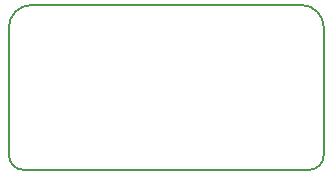
<source format=gbr>
G04 #@! TF.FileFunction,Profile,NP*
%FSLAX46Y46*%
G04 Gerber Fmt 4.6, Leading zero omitted, Abs format (unit mm)*
G04 Created by KiCad (PCBNEW 4.0.4-stable) date 03/20/17 14:17:29*
%MOMM*%
%LPD*%
G01*
G04 APERTURE LIST*
%ADD10C,0.100000*%
%ADD11C,0.150000*%
G04 APERTURE END LIST*
D10*
D11*
X163830000Y-110490000D02*
X163830000Y-99695000D01*
X138430000Y-111760000D02*
X162560000Y-111760000D01*
X137160000Y-99695000D02*
X137160000Y-110490000D01*
X161925000Y-97790000D02*
X139065000Y-97790000D01*
X162560000Y-111760000D02*
G75*
G03X163830000Y-110490000I0J1270000D01*
G01*
X137160000Y-110490000D02*
G75*
G03X138430000Y-111760000I1270000J0D01*
G01*
X139065000Y-97790000D02*
G75*
G03X137160000Y-99695000I0J-1905000D01*
G01*
X163830000Y-99695000D02*
G75*
G03X161925000Y-97790000I-1905000J0D01*
G01*
M02*

</source>
